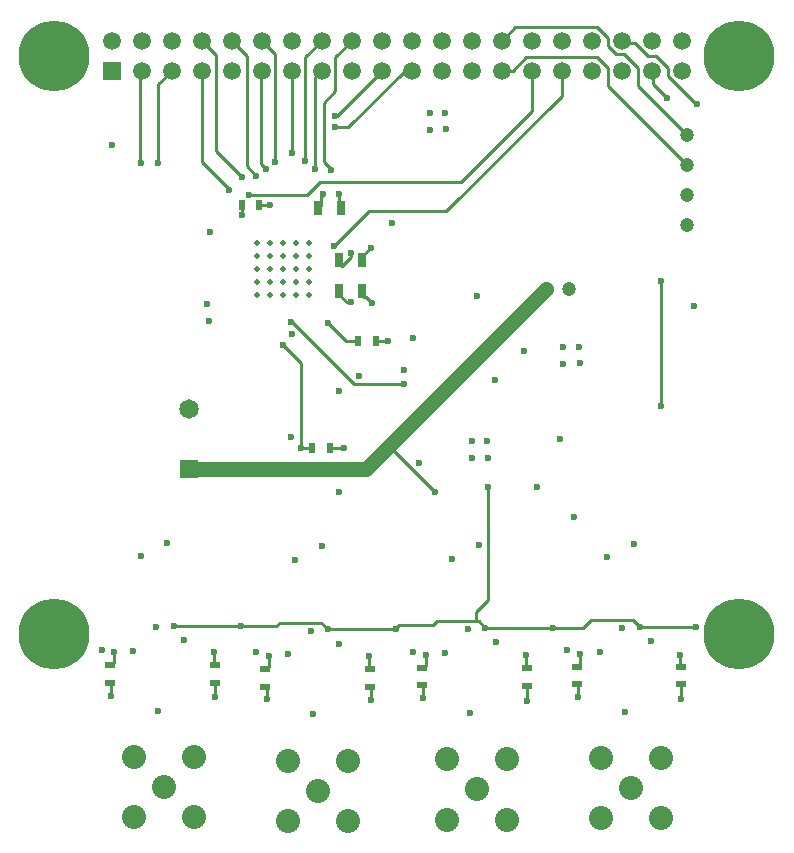
<source format=gbl>
G04*
G04 #@! TF.GenerationSoftware,Altium Limited,Altium Designer,19.1.8 (144)*
G04*
G04 Layer_Physical_Order=4*
G04 Layer_Color=16711680*
%FSLAX25Y25*%
%MOIN*%
G70*
G01*
G75*
%ADD14C,0.01000*%
%ADD19R,0.01968X0.03543*%
%ADD20R,0.03543X0.01968*%
%ADD26R,0.02756X0.05118*%
%ADD68C,0.08000*%
%ADD69R,0.05906X0.05906*%
%ADD70C,0.05906*%
%ADD71C,0.04724*%
%ADD72C,0.06496*%
%ADD73R,0.06496X0.06496*%
%ADD74C,0.23622*%
%ADD75C,0.02362*%
%ADD76C,0.01968*%
%ADD77C,0.05000*%
D14*
X150661Y268504D02*
X151969D01*
X148094Y271071D02*
X150661Y268504D01*
X148094Y271071D02*
Y272252D01*
X151968Y283704D02*
Y285039D01*
X148972Y280708D02*
X151968Y283704D01*
X146323Y287213D02*
X157929Y298819D01*
X148094Y281586D02*
X148972Y280708D01*
X148094Y281586D02*
Y282488D01*
X262205Y136417D02*
Y141142D01*
X262205Y141142D01*
X261614Y147638D02*
Y150984D01*
Y147638D02*
X262205Y147047D01*
X228346Y147548D02*
Y151181D01*
X210827Y135728D02*
Y140551D01*
X210630Y140748D02*
X210827Y140551D01*
Y135728D02*
Y136811D01*
X210630Y137008D02*
X210827Y136811D01*
X210335Y146949D02*
X210630Y146653D01*
X210335Y146949D02*
Y150787D01*
X177076Y147459D02*
Y151090D01*
X176287Y146670D02*
X177076Y147459D01*
X158563Y135827D02*
Y140256D01*
X158661Y140354D01*
X158079Y146843D02*
X158661Y146260D01*
X158079Y146843D02*
Y150696D01*
X124612Y146952D02*
Y150696D01*
Y146952D02*
X124803Y146761D01*
X73032Y148139D02*
Y151772D01*
X72835Y147942D02*
X73032Y148139D01*
X106398Y147736D02*
Y151772D01*
Y147736D02*
X106693Y147441D01*
X106693Y137008D02*
Y141535D01*
X106693Y141535D01*
X158519Y286614D02*
X158661D01*
X155575Y283669D02*
X158519Y286614D01*
X155575Y282488D02*
Y283669D01*
X156452Y270211D02*
X157025D01*
X155575Y271089D02*
X156452Y270211D01*
X155575Y271089D02*
Y272252D01*
X157025Y270211D02*
X158921Y268315D01*
X193701Y162130D02*
X194563D01*
X180623D02*
X193701D01*
Y165354D01*
X197638Y169291D01*
Y206850D01*
X166929Y159817D02*
X168135Y161024D01*
X179517D01*
X166929Y159449D02*
Y159817D01*
X219291Y159843D02*
X229517D01*
X248425Y160236D02*
X266929D01*
X229517Y159843D02*
X232198Y162524D01*
X246138D01*
X248425Y160236D01*
X196850Y159843D02*
X219291D01*
X179517Y161024D02*
X180623Y162130D01*
X194563D02*
X196850Y159843D01*
X142201Y161736D02*
X144488Y159449D01*
X128261Y161736D02*
X142201D01*
X127155Y160630D02*
X128261Y161736D01*
X115354Y160630D02*
X127155D01*
X144488Y159449D02*
X166929D01*
X92913Y160630D02*
X115354D01*
X72047Y137402D02*
Y141376D01*
X124016Y136221D02*
Y140195D01*
X227559Y137008D02*
Y140982D01*
X175984Y136614D02*
Y140589D01*
X175808Y140765D02*
X175984Y140589D01*
X175808Y146670D02*
X176287D01*
X81757Y315094D02*
Y345135D01*
Y315094D02*
X82020Y314830D01*
X87795Y314961D02*
Y341173D01*
X92331Y345709D01*
X81757Y345135D02*
X82331Y345709D01*
X117323Y313779D02*
Y350716D01*
X102543Y315173D02*
Y345496D01*
X107087Y318898D02*
Y350953D01*
X122047Y314567D02*
Y345425D01*
X111417Y305906D02*
Y306299D01*
X102543Y315173D02*
X111417Y306299D01*
X102331Y345709D02*
X102543Y345496D01*
X146850Y326772D02*
X151181D01*
X170118Y345709D01*
X164567Y220472D02*
Y220472D01*
Y220472D02*
X179921Y205118D01*
X135433Y220079D02*
X139173D01*
X135433D02*
Y248102D01*
X129393Y254142D02*
X135433Y248102D01*
X237795Y340551D02*
X264173Y314173D01*
X237795Y340551D02*
Y346541D01*
X132149Y262016D02*
X132398D01*
X153075Y241339D01*
X169685D01*
X145079Y220079D02*
X149606D01*
X183858Y298819D02*
X222331Y337291D01*
X212331Y332410D02*
Y345709D01*
X188583Y308661D02*
X212331Y332410D01*
X157929Y298819D02*
X183858D01*
X222331Y337291D02*
Y345709D01*
X132331Y318457D02*
X132423Y318364D01*
X132331Y318457D02*
Y345709D01*
X126772Y315354D02*
X126784Y315366D01*
X121653Y300984D02*
X125197D01*
X115650Y297539D02*
X115748Y297441D01*
X126784Y315366D02*
Y351256D01*
X146783Y338910D02*
Y350161D01*
X142913Y335039D02*
X146783Y338910D01*
X142913Y315329D02*
Y335039D01*
Y315329D02*
X145276Y312967D01*
Y312598D02*
Y312967D01*
X146783Y350161D02*
X152331Y355709D01*
X141732Y308661D02*
X188583D01*
X137402Y304331D02*
X141732Y308661D01*
X140157Y343535D02*
X142331Y345709D01*
X140157Y312992D02*
Y343535D01*
X136614Y315748D02*
X136784Y315917D01*
Y350161D01*
X142331Y355709D01*
X107087Y318898D02*
X115748Y310236D01*
X122047Y314567D02*
X123622Y312992D01*
X122331Y355709D02*
X126784Y351256D01*
X122047Y345425D02*
X122331Y345709D01*
X112331Y355709D02*
X117323Y350716D01*
Y313779D02*
X120472Y310630D01*
X102331Y355709D02*
X107087Y350953D01*
X118110Y304331D02*
X137402D01*
X206784Y360161D02*
X234175D01*
X202331Y355709D02*
X206784Y360161D01*
X234175D02*
X237878Y356459D01*
X234175Y350161D02*
X237795Y346541D01*
X210486Y350161D02*
X234175D01*
X206034Y345709D02*
X210486Y350161D01*
X202331Y345709D02*
X206034D01*
X243081Y351256D02*
X247878Y346459D01*
X240486Y351256D02*
X243081D01*
X237878Y353864D02*
X240486Y351256D01*
X237878Y353864D02*
Y356459D01*
X147331Y330709D02*
X162331Y345709D01*
X146850Y330709D02*
X147331D01*
X121457Y300787D02*
X121653Y300984D01*
X115551Y300787D02*
X115650Y300689D01*
Y297539D02*
Y300689D01*
X170118Y345709D02*
X172331D01*
X147897Y304535D02*
X148158Y304275D01*
X142582Y304167D02*
Y304535D01*
X255512Y234646D02*
Y275590D01*
X267096Y334646D02*
X267323D01*
X257878Y343864D02*
X267096Y334646D01*
X257878Y343864D02*
Y346459D01*
X253722Y350614D02*
X257878Y346459D01*
X251128Y350614D02*
X253722D01*
X246783Y354959D02*
X251128Y350614D01*
X243081Y354959D02*
X246783D01*
X242331Y355709D02*
X243081Y354959D01*
X252839Y341256D02*
Y345201D01*
X252331Y345709D02*
X252839Y345201D01*
Y341256D02*
X257480Y336614D01*
X247878Y340469D02*
Y346459D01*
Y340469D02*
X264173Y324173D01*
X148158Y300338D02*
Y304275D01*
Y300338D02*
X148685Y299811D01*
X142082Y303667D02*
X142582Y304167D01*
X142082Y300689D02*
Y303667D01*
X141204Y299811D02*
X142082Y300689D01*
X160299Y255716D02*
X164433D01*
X144354Y261622D02*
X150259Y255716D01*
X154393D01*
D19*
X145079Y220079D02*
D03*
X139173D02*
D03*
X160299Y255716D02*
D03*
X154393D02*
D03*
X121457Y300787D02*
D03*
X115551D02*
D03*
D20*
X123446Y146277D02*
D03*
Y140371D02*
D03*
X262205Y147047D02*
D03*
Y141142D02*
D03*
X227383Y147064D02*
D03*
Y141158D02*
D03*
X210630Y146653D02*
D03*
Y140748D02*
D03*
X175808Y146670D02*
D03*
Y140765D02*
D03*
X158268Y146260D02*
D03*
Y140354D02*
D03*
X71871Y147458D02*
D03*
Y141552D02*
D03*
X106693Y147441D02*
D03*
Y141535D02*
D03*
D26*
X155575Y272252D02*
D03*
X148094D02*
D03*
X155575Y282488D02*
D03*
X148094D02*
D03*
X141204Y299811D02*
D03*
X148685D02*
D03*
D68*
X245276Y106486D02*
D03*
X255276Y116486D02*
D03*
Y96486D02*
D03*
X235276Y116486D02*
D03*
Y96486D02*
D03*
X194095Y106093D02*
D03*
X204095Y116093D02*
D03*
Y96092D02*
D03*
X184095Y116093D02*
D03*
Y96092D02*
D03*
X140945Y105699D02*
D03*
X150945Y115699D02*
D03*
Y95699D02*
D03*
X130945Y115699D02*
D03*
Y95699D02*
D03*
X89764Y106880D02*
D03*
X99764Y116880D02*
D03*
Y96880D02*
D03*
X79764Y116880D02*
D03*
Y96880D02*
D03*
D69*
X72331Y345709D02*
D03*
D70*
Y355709D02*
D03*
X82331Y345709D02*
D03*
Y355709D02*
D03*
X92331Y345709D02*
D03*
Y355709D02*
D03*
X102331Y345709D02*
D03*
Y355709D02*
D03*
X112331Y345709D02*
D03*
Y355709D02*
D03*
X122331Y345709D02*
D03*
Y355709D02*
D03*
X132331Y345709D02*
D03*
Y355709D02*
D03*
X142331Y345709D02*
D03*
Y355709D02*
D03*
X152331Y345709D02*
D03*
Y355709D02*
D03*
X162331Y345709D02*
D03*
Y355709D02*
D03*
X172331Y345709D02*
D03*
Y355709D02*
D03*
X182331Y345709D02*
D03*
Y355709D02*
D03*
X192331Y345709D02*
D03*
Y355709D02*
D03*
X202331Y345709D02*
D03*
Y355709D02*
D03*
X212331Y345709D02*
D03*
Y355709D02*
D03*
X222331Y345709D02*
D03*
Y355709D02*
D03*
X262331D02*
D03*
Y345709D02*
D03*
X252331Y355709D02*
D03*
Y345709D02*
D03*
X242331Y355709D02*
D03*
Y345709D02*
D03*
X232331Y355709D02*
D03*
Y345709D02*
D03*
D71*
X224803Y272835D02*
D03*
X216929D02*
D03*
X264173Y294173D02*
D03*
Y304173D02*
D03*
Y324173D02*
D03*
Y314173D02*
D03*
D72*
X98032Y232992D02*
D03*
D73*
Y212992D02*
D03*
D74*
X53158Y350709D02*
D03*
Y157795D02*
D03*
X281504Y350709D02*
D03*
Y157795D02*
D03*
D75*
X87795Y132283D02*
D03*
X151969Y268504D02*
D03*
X151968Y285039D02*
D03*
X146323Y287213D02*
D03*
X262205Y136417D02*
D03*
X261614Y150984D02*
D03*
X228346Y151181D02*
D03*
X210827Y135728D02*
D03*
X210335Y150787D02*
D03*
X177076Y151090D02*
D03*
X158563Y135827D02*
D03*
X158079Y150696D02*
D03*
X124612D02*
D03*
X73032Y151772D02*
D03*
X106398D02*
D03*
X106693Y137008D02*
D03*
X165748Y294882D02*
D03*
X158661Y286614D02*
D03*
X169685Y246063D02*
D03*
X266535Y267323D02*
D03*
X197638Y206850D02*
D03*
X266929Y160236D02*
D03*
X248425Y160236D02*
D03*
X219291Y159843D02*
D03*
X196850D02*
D03*
X144488Y159449D02*
D03*
X166929D02*
D03*
X115354Y160630D02*
D03*
X92913D02*
D03*
X68967Y152432D02*
D03*
X72047Y137402D02*
D03*
X120542Y151854D02*
D03*
X124016Y136221D02*
D03*
X224016Y152756D02*
D03*
X227559Y137008D02*
D03*
X175984Y136614D02*
D03*
X172835Y151969D02*
D03*
X72441Y320866D02*
D03*
X82020Y314830D02*
D03*
X87795Y314961D02*
D03*
X111417Y305906D02*
D03*
X146850Y326772D02*
D03*
X178347Y325984D02*
D03*
X183731Y326259D02*
D03*
X178326Y331664D02*
D03*
X183444D02*
D03*
X179921Y205118D02*
D03*
X131890Y223622D02*
D03*
X148031Y205118D02*
D03*
X192434Y216472D02*
D03*
X197531Y222152D02*
D03*
X197819Y216746D02*
D03*
X192413Y222152D02*
D03*
X174803Y214961D02*
D03*
X169685Y241339D02*
D03*
X246277Y188022D02*
D03*
X235039Y151969D02*
D03*
X237402Y183465D02*
D03*
X135433Y220079D02*
D03*
X200394Y155118D02*
D03*
X183465Y151575D02*
D03*
X191732Y131496D02*
D03*
X190945Y159449D02*
D03*
X185827Y183071D02*
D03*
X194702Y187628D02*
D03*
X148031Y154724D02*
D03*
X131102Y151181D02*
D03*
X139370Y131102D02*
D03*
X138583Y159055D02*
D03*
X133465Y182677D02*
D03*
X142340Y187234D02*
D03*
X96457Y155905D02*
D03*
X79527Y152362D02*
D03*
X87008Y160236D02*
D03*
X81890Y183858D02*
D03*
X90765Y188415D02*
D03*
X242520Y159843D02*
D03*
X243307Y131890D02*
D03*
X251969Y155512D02*
D03*
X214173Y207087D02*
D03*
X154724Y244052D02*
D03*
X149606Y220079D02*
D03*
X222835Y253543D02*
D03*
X227953D02*
D03*
X228240Y248138D02*
D03*
X222855Y247863D02*
D03*
X209842Y252362D02*
D03*
X200000Y242520D02*
D03*
X226378Y196850D02*
D03*
X221654Y222835D02*
D03*
X255512Y233858D02*
D03*
X132423Y318364D02*
D03*
X126772Y315354D02*
D03*
X125197Y300984D02*
D03*
X115748Y297441D02*
D03*
X145276Y312598D02*
D03*
X140157Y312992D02*
D03*
X136614Y315748D02*
D03*
X115748Y310236D02*
D03*
X123622Y312992D02*
D03*
X120472Y310630D02*
D03*
X118110Y304331D02*
D03*
X146850Y330709D02*
D03*
X147897Y304535D02*
D03*
X142582D02*
D03*
X255512Y275590D02*
D03*
X267323Y334646D02*
D03*
X257480Y336614D02*
D03*
X172701Y256504D02*
D03*
X193960Y270677D02*
D03*
X158921Y268315D02*
D03*
X164433Y255716D02*
D03*
X144354Y261622D02*
D03*
X105091Y291937D02*
D03*
X104197Y267921D02*
D03*
X104590Y262213D02*
D03*
X129393Y254142D02*
D03*
X132149Y262016D02*
D03*
X132543Y258079D02*
D03*
X147897Y238787D02*
D03*
D76*
X120732Y271071D02*
D03*
Y275402D02*
D03*
Y279732D02*
D03*
Y284063D02*
D03*
Y288394D02*
D03*
X125063Y271071D02*
D03*
Y275402D02*
D03*
Y279732D02*
D03*
Y284063D02*
D03*
Y288394D02*
D03*
X129393Y271071D02*
D03*
Y275402D02*
D03*
Y279732D02*
D03*
Y284063D02*
D03*
Y288394D02*
D03*
X133724Y271071D02*
D03*
Y275402D02*
D03*
Y279732D02*
D03*
Y284063D02*
D03*
Y288394D02*
D03*
X138055Y271071D02*
D03*
Y275402D02*
D03*
Y279732D02*
D03*
Y284063D02*
D03*
Y288394D02*
D03*
D77*
X98032Y212992D02*
X157087Y212992D01*
X164567Y220472D01*
X216929Y272835D01*
M02*

</source>
